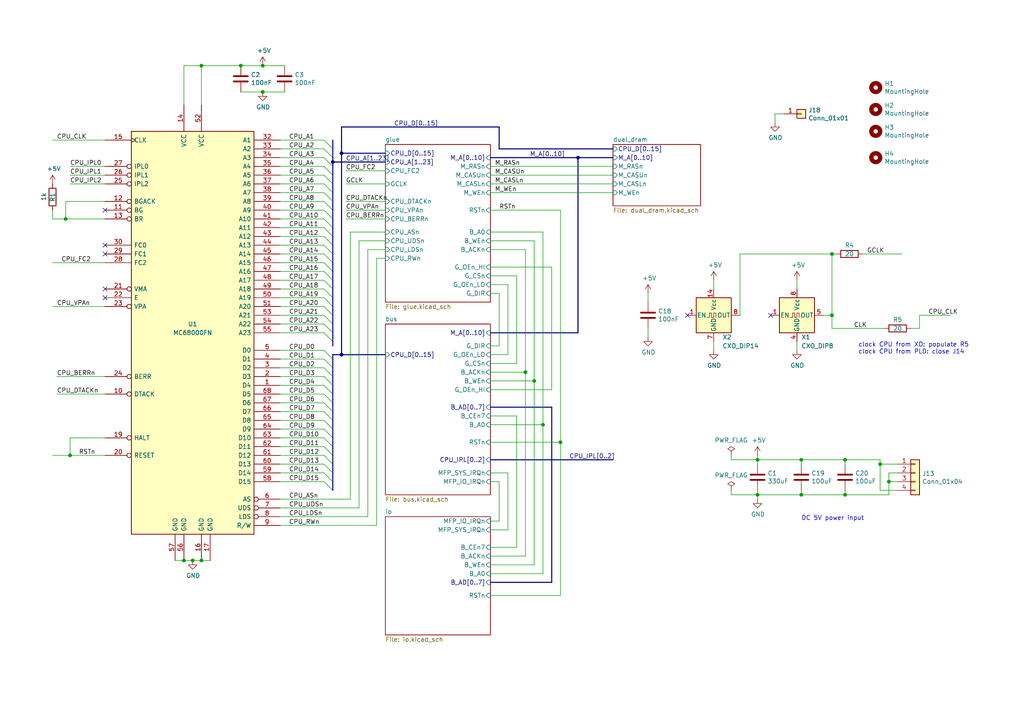
<source format=kicad_sch>
(kicad_sch (version 20211123) (generator eeschema)
  (paper "A4")
  (title_block (rev "2.0b") (company "https://github.com/Lougous/b68k-cpu"))
  (lib_symbols
    (symbol "CPU_NXP_68000:MC68000FN" (pin_names (offset 0.762))
      (property "Reference" "U" (at -16.51 59.69 0))
      (property "Value" "MC68000FN" (at 12.7 -59.69 0))
      (symbol "MC68000FN_0_1"
        (rectangle (start -17.78 58.42) (end 17.78 -58.42) (stroke (width 0.254)) (fill (type background)))
      )
      (symbol "MC68000FN_1_1"
        (pin bidirectional line (at 25.4 -15.24 180) (length 7.62) (name "D4") (number "1"))
        (pin input inverted (at -25.4 -17.78 0) (length 7.62) (name "DTACK") (number "10"))
        (pin output inverted (at -25.4 35.56 0) (length 7.62) (name "BG") (number "11"))
        (pin input inverted (at -25.4 38.1 0) (length 7.62) (name "BGACK") (number "12"))
        (pin input inverted (at -25.4 33.02 0) (length 7.62) (name "BR") (number "13"))
        (pin power_in line (at -2.54 66.04 270) (length 7.62) (name "VCC") (number "14"))
        (pin input clock (at -25.4 55.88 0) (length 7.62) (name "CLK") (number "15"))
        (pin power_in line (at 2.54 -66.04 90) (length 7.62) (name "GND") (number "16"))
        (pin power_in line (at 5.08 -66.04 90) (length 7.62) (name "GND") (number "17"))
        (pin no_connect line (at -17.78 -45.72 0) (length 0) hide (name "NC") (number "18"))
        (pin bidirectional inverted (at -25.4 -30.48 0) (length 7.62) (name "HALT") (number "19"))
        (pin bidirectional line (at 25.4 -12.7 180) (length 7.62) (name "D3") (number "2"))
        (pin input inverted (at -25.4 -35.56 0) (length 7.62) (name "RESET") (number "20"))
        (pin output inverted (at -25.4 12.7 0) (length 7.62) (name "VMA") (number "21"))
        (pin output line (at -25.4 10.16 0) (length 7.62) (name "E") (number "22"))
        (pin input inverted (at -25.4 7.62 0) (length 7.62) (name "VPA") (number "23"))
        (pin input inverted (at -25.4 -12.7 0) (length 7.62) (name "BERR") (number "24"))
        (pin input inverted (at -25.4 43.18 0) (length 7.62) (name "IPL2") (number "25"))
        (pin input inverted (at -25.4 45.72 0) (length 7.62) (name "IPL1") (number "26"))
        (pin input inverted (at -25.4 48.26 0) (length 7.62) (name "IPL0") (number "27"))
        (pin output line (at -25.4 20.32 0) (length 7.62) (name "FC2") (number "28"))
        (pin output line (at -25.4 22.86 0) (length 7.62) (name "FC1") (number "29"))
        (pin bidirectional line (at 25.4 -10.16 180) (length 7.62) (name "D2") (number "3"))
        (pin output line (at -25.4 25.4 0) (length 7.62) (name "FC0") (number "30"))
        (pin no_connect line (at -17.78 -48.26 0) (length 0) hide (name "NC") (number "31"))
        (pin output line (at 25.4 55.88 180) (length 7.62) (name "A1") (number "32"))
        (pin output line (at 25.4 53.34 180) (length 7.62) (name "A2") (number "33"))
        (pin output line (at 25.4 50.8 180) (length 7.62) (name "A3") (number "34"))
        (pin output line (at 25.4 48.26 180) (length 7.62) (name "A4") (number "35"))
        (pin output line (at 25.4 45.72 180) (length 7.62) (name "A5") (number "36"))
        (pin output line (at 25.4 43.18 180) (length 7.62) (name "A6") (number "37"))
        (pin output line (at 25.4 40.64 180) (length 7.62) (name "A7") (number "38"))
        (pin output line (at 25.4 38.1 180) (length 7.62) (name "A8") (number "39"))
        (pin bidirectional line (at 25.4 -7.62 180) (length 7.62) (name "D1") (number "4"))
        (pin output line (at 25.4 35.56 180) (length 7.62) (name "A9") (number "40"))
        (pin output line (at 25.4 33.02 180) (length 7.62) (name "A10") (number "41"))
        (pin output line (at 25.4 30.48 180) (length 7.62) (name "A11") (number "42"))
        (pin output line (at 25.4 27.94 180) (length 7.62) (name "A12") (number "43"))
        (pin output line (at 25.4 25.4 180) (length 7.62) (name "A13") (number "44"))
        (pin output line (at 25.4 22.86 180) (length 7.62) (name "A14") (number "45"))
        (pin output line (at 25.4 20.32 180) (length 7.62) (name "A15") (number "46"))
        (pin output line (at 25.4 17.78 180) (length 7.62) (name "A16") (number "47"))
        (pin output line (at 25.4 15.24 180) (length 7.62) (name "A17") (number "48"))
        (pin output line (at 25.4 12.7 180) (length 7.62) (name "A18") (number "49"))
        (pin bidirectional line (at 25.4 -5.08 180) (length 7.62) (name "D0") (number "5"))
        (pin output line (at 25.4 10.16 180) (length 7.62) (name "A19") (number "50"))
        (pin output line (at 25.4 7.62 180) (length 7.62) (name "A20") (number "51"))
        (pin power_in line (at 2.54 66.04 270) (length 7.62) (name "VCC") (number "52"))
        (pin output line (at 25.4 5.08 180) (length 7.62) (name "A21") (number "53"))
        (pin output line (at 25.4 2.54 180) (length 7.62) (name "A22") (number "54"))
        (pin output line (at 25.4 0 180) (length 7.62) (name "A23") (number "55"))
        (pin power_in line (at -2.54 -66.04 90) (length 7.62) (name "GND") (number "56"))
        (pin power_in line (at -5.08 -66.04 90) (length 7.62) (name "GND") (number "57"))
        (pin bidirectional line (at 25.4 -43.18 180) (length 7.62) (name "D15") (number "58"))
        (pin bidirectional line (at 25.4 -40.64 180) (length 7.62) (name "D14") (number "59"))
        (pin output inverted (at 25.4 -48.26 180) (length 7.62) (name "AS") (number "6"))
        (pin bidirectional line (at 25.4 -38.1 180) (length 7.62) (name "D13") (number "60"))
        (pin bidirectional line (at 25.4 -35.56 180) (length 7.62) (name "D12") (number "61"))
        (pin bidirectional line (at 25.4 -33.02 180) (length 7.62) (name "D11") (number "62"))
        (pin bidirectional line (at 25.4 -30.48 180) (length 7.62) (name "D10") (number "63"))
        (pin bidirectional line (at 25.4 -27.94 180) (length 7.62) (name "D9") (number "64"))
        (pin bidirectional line (at 25.4 -25.4 180) (length 7.62) (name "D8") (number "65"))
        (pin bidirectional line (at 25.4 -22.86 180) (length 7.62) (name "D7") (number "66"))
        (pin bidirectional line (at 25.4 -20.32 180) (length 7.62) (name "D6") (number "67"))
        (pin bidirectional line (at 25.4 -17.78 180) (length 7.62) (name "D5") (number "68"))
        (pin output inverted (at 25.4 -50.8 180) (length 7.62) (name "UDS") (number "7"))
        (pin output inverted (at 25.4 -53.34 180) (length 7.62) (name "LDS") (number "8"))
        (pin output line (at 25.4 -55.88 180) (length 7.62) (name "R/W") (number "9"))
      )
    )
    (symbol "Connector_Generic:Conn_01x01" (pin_names (offset 1.016) hide)
      (property "Reference" "J" (at 0 2.54 0))
      (property "Value" "Conn_01x01" (at 0 -2.54 0))
      (symbol "Conn_01x01_1_1"
        (rectangle (start -1.27 0.127) (end 0 -0.127) (stroke (width 0.1524)))
        (rectangle (start -1.27 1.27) (end 1.27 -1.27) (stroke (width 0.254)) (fill (type background)))
        (pin passive line (at -5.08 0 0) (length 3.81) (name "Pin_1") (number "1"))
      )
    )
    (symbol "Connector_Generic:Conn_01x04" (pin_names (offset 1.016) hide)
      (property "Reference" "J" (at 0 5.08 0))
      (property "Value" "Conn_01x04" (at 0 -7.62 0))
      (symbol "Conn_01x04_1_1"
        (rectangle (start -1.27 -4.953) (end 0 -5.207) (stroke (width 0.1524)))
        (rectangle (start -1.27 -2.413) (end 0 -2.667) (stroke (width 0.1524)))
        (rectangle (start -1.27 0.127) (end 0 -0.127) (stroke (width 0.1524)))
        (rectangle (start -1.27 2.667) (end 0 2.413) (stroke (width 0.1524)))
        (rectangle (start -1.27 3.81) (end 1.27 -6.35) (stroke (width 0.254)) (fill (type background)))
        (pin passive line (at -5.08 2.54 0) (length 3.81) (name "Pin_1") (number "1"))
        (pin passive line (at -5.08 0 0) (length 3.81) (name "Pin_2") (number "2"))
        (pin passive line (at -5.08 -2.54 0) (length 3.81) (name "Pin_3") (number "3"))
        (pin passive line (at -5.08 -5.08 0) (length 3.81) (name "Pin_4") (number "4"))
      )
    )
    (symbol "Device:C" (pin_numbers hide) (pin_names (offset 0.254))
      (property "Reference" "C" (at 0.635 2.54 0))
      (property "Value" "C" (at 0.635 -2.54 0))
      (symbol "C_0_1"
        (polyline (pts (xy -2.032 -0.762) (xy 2.032 -0.762)) (stroke (width 0.508)))
        (polyline (pts (xy -2.032 0.762) (xy 2.032 0.762)) (stroke (width 0.508)))
      )
      (symbol "C_1_1"
        (pin passive line (at 0 3.81 270) (length 2.794) (name "~") (number "1"))
        (pin passive line (at 0 -3.81 90) (length 2.794) (name "~") (number "2"))
      )
    )
    (symbol "Device:R" (pin_numbers hide) (pin_names (offset 0))
      (property "Reference" "R" (at 2.032 0 90))
      (property "Value" "R" (at 0 0 90))
      (symbol "R_0_1"
        (rectangle (start -1.016 -2.54) (end 1.016 2.54) (stroke (width 0.254)))
      )
      (symbol "R_1_1"
        (pin passive line (at 0 3.81 270) (length 1.27) (name "~") (number "1"))
        (pin passive line (at 0 -3.81 90) (length 1.27) (name "~") (number "2"))
      )
    )
    (symbol "Mechanical:MountingHole" (pin_names (offset 1.016))
      (property "Reference" "H" (at 0 5.08 0))
      (property "Value" "MountingHole" (at 0 3.175 0))
      (symbol "MountingHole_0_1"
        (circle (center 0 0) (radius 1.27) (stroke (width 1.27)))
      )
    )
    (symbol "Oscillator:CXO_DIP14" (pin_names (offset 0.254))
      (property "Reference" "X" (at -5.08 6.35 0))
      (property "Value" "CXO_DIP14" (at 1.27 -6.35 0))
      (symbol "CXO_DIP14_0_1"
        (rectangle (start -5.08 5.08) (end 5.08 -5.08) (stroke (width 0.254)) (fill (type background)))
        (polyline (pts (xy -1.905 -0.635) (xy -1.27 -0.635) (xy -1.27 0.635) (xy -0.635 0.635) (xy -0.635 -0.635) (xy 0 -0.635) (xy 0 0.635) (xy 0.635 0.635) (xy 0.635 -0.635)))
      )
      (symbol "CXO_DIP14_1_1"
        (pin input line (at -7.62 0 0) (length 2.54) (name "EN") (number "1"))
        (pin power_in line (at 0 7.62 270) (length 2.54) (name "Vcc") (number "14"))
        (pin power_in line (at 0 -7.62 90) (length 2.54) (name "GND") (number "7"))
        (pin output line (at 7.62 0 180) (length 2.54) (name "OUT") (number "8"))
      )
    )
    (symbol "Oscillator:CXO_DIP8" (pin_names (offset 0.254))
      (property "Reference" "X" (at -5.08 6.35 0))
      (property "Value" "CXO_DIP8" (at 1.27 -6.35 0))
      (symbol "CXO_DIP8_0_1"
        (rectangle (start -5.08 5.08) (end 5.08 -5.08) (stroke (width 0.254)) (fill (type background)))
        (polyline (pts (xy -1.905 -0.635) (xy -1.27 -0.635) (xy -1.27 0.635) (xy -0.635 0.635) (xy -0.635 -0.635) (xy 0 -0.635) (xy 0 0.635) (xy 0.635 0.635) (xy 0.635 -0.635)))
      )
      (symbol "CXO_DIP8_1_1"
        (pin input line (at -7.62 0 0) (length 2.54) (name "EN") (number "1"))
        (pin power_in line (at 0 -7.62 90) (length 2.54) (name "GND") (number "4"))
        (pin output line (at 7.62 0 180) (length 2.54) (name "OUT") (number "5"))
        (pin power_in line (at 0 7.62 270) (length 2.54) (name "Vcc") (number "8"))
      )
    )
    (symbol "power:+5V" (power) (pin_names (offset 0))
      (property "Value" "+5V" (at 0 3.556 0))
      (symbol "+5V_0_1"
        (polyline (pts (xy -0.762 1.27) (xy 0 2.54)))
        (polyline (pts (xy 0 0) (xy 0 2.54)))
        (polyline (pts (xy 0 2.54) (xy 0.762 1.27)))
      )
      (symbol "+5V_1_1"
        (pin power_in line (at 0 0 90) (length 0) hide (name "+5V") (number "1"))
      )
    )
    (symbol "power:GND" (power) (pin_names (offset 0))
      (property "Value" "GND" (at 0 -3.81 0))
      (symbol "GND_0_1"
        (polyline (pts (xy 0 0) (xy 0 -1.27) (xy 1.27 -1.27) (xy 0 -2.54) (xy -1.27 -1.27) (xy 0 -1.27)))
      )
      (symbol "GND_1_1"
        (pin power_in line (at 0 0 270) (length 0) hide (name "GND") (number "1"))
      )
    )
    (symbol "power:PWR_FLAG" (power) (pin_numbers hide) (pin_names (offset 0) hide)
      (property "Value" "PWR_FLAG" (at 0 3.81 0))
      (symbol "PWR_FLAG_0_0"
        (pin power_out line (at 0 0 90) (length 0) (name "pwr") (number "1"))
      )
      (symbol "PWR_FLAG_0_1"
        (polyline (pts (xy 0 0) (xy 0 1.27) (xy -1.016 1.905) (xy 0 2.54) (xy 1.016 1.905) (xy 0 1.27)))
      )
    )
  )
  (junction (at 99.06 44.45))
  (junction (at 245.11 133.35))
  (junction (at 162.56 128.27))
  (junction (at 232.41 133.35))
  (junction (at 55.88 162.56))
  (junction (at 152.4 107.95))
  (junction (at 58.42 162.56))
  (junction (at 99.06 102.87))
  (junction (at 76.2 19.05))
  (junction (at 76.2 26.67))
  (junction (at 257.81 139.7))
  (junction (at 96.52 46.99))
  (junction (at 241.3 73.66))
  (junction (at 255.27 134.62))
  (junction (at 58.42 19.05))
  (junction (at 219.71 143.51))
  (junction (at 241.3 91.44))
  (junction (at 69.85 19.05))
  (junction (at 20.32 132.08))
  (junction (at 157.48 123.19))
  (junction (at 245.11 143.51))
  (junction (at 167.64 45.72))
  (junction (at 19.05 63.5))
  (junction (at 53.34 162.56))
  (junction (at 154.94 110.49))
  (junction (at 232.41 143.51))
  (junction (at 219.71 133.35))
  (no_connect (at 30.48 83.82))
  (no_connect (at 30.48 60.96))
  (no_connect (at 30.48 86.36))
  (no_connect (at 199.39 91.44))
  (no_connect (at 30.48 73.66))
  (no_connect (at 223.52 91.44))
  (no_connect (at 30.48 71.12))
  (bus_entry (at 93.98 81.28) (size 2.54 2.54))
  (bus_entry (at 93.98 83.82) (size 2.54 2.54))
  (bus_entry (at 93.98 48.26) (size 2.54 2.54))
  (bus_entry (at 93.98 76.2) (size 2.54 2.54))
  (bus_entry (at 93.98 127) (size 2.54 2.54))
  (bus_entry (at 93.98 68.58) (size 2.54 2.54))
  (bus_entry (at 93.98 109.22) (size 2.54 2.54))
  (bus_entry (at 93.98 106.68) (size 2.54 2.54))
  (bus_entry (at 93.98 88.9) (size 2.54 2.54))
  (bus_entry (at 93.98 71.12) (size 2.54 2.54))
  (bus_entry (at 93.98 139.7) (size 2.54 2.54))
  (bus_entry (at 93.98 43.18) (size 2.54 2.54))
  (bus_entry (at 93.98 129.54) (size 2.54 2.54))
  (bus_entry (at 93.98 53.34) (size 2.54 2.54))
  (bus_entry (at 93.98 137.16) (size 2.54 2.54))
  (bus_entry (at 93.98 96.52) (size 2.54 2.54))
  (bus_entry (at 93.98 121.92) (size 2.54 2.54))
  (bus_entry (at 93.98 55.88) (size 2.54 2.54))
  (bus_entry (at 93.98 132.08) (size 2.54 2.54))
  (bus_entry (at 93.98 40.64) (size 2.54 2.54))
  (bus_entry (at 93.98 66.04) (size 2.54 2.54))
  (bus_entry (at 93.98 78.74) (size 2.54 2.54))
  (bus_entry (at 93.98 63.5) (size 2.54 2.54))
  (bus_entry (at 93.98 134.62) (size 2.54 2.54))
  (bus_entry (at 93.98 73.66) (size 2.54 2.54))
  (bus_entry (at 93.98 114.3) (size 2.54 2.54))
  (bus_entry (at 93.98 58.42) (size 2.54 2.54))
  (bus_entry (at 93.98 50.8) (size 2.54 2.54))
  (bus_entry (at 93.98 101.6) (size 2.54 2.54))
  (bus_entry (at 93.98 86.36) (size 2.54 2.54))
  (bus_entry (at 93.98 116.84) (size 2.54 2.54))
  (bus_entry (at 93.98 91.44) (size 2.54 2.54))
  (bus_entry (at 93.98 93.98) (size 2.54 2.54))
  (bus_entry (at 93.98 124.46) (size 2.54 2.54))
  (bus_entry (at 93.98 45.72) (size 2.54 2.54))
  (bus_entry (at 93.98 104.14) (size 2.54 2.54))
  (bus_entry (at 93.98 111.76) (size 2.54 2.54))
  (bus_entry (at 93.98 119.38) (size 2.54 2.54))
  (bus_entry (at 93.98 60.96) (size 2.54 2.54))
  (wire (pts (xy 82.55 26.67) (xy 76.2 26.67)))
  (wire (pts (xy 154.94 69.85) (xy 154.94 110.49)))
  (wire (pts (xy 142.24 48.26) (xy 177.8 48.26)))
  (wire (pts (xy 147.32 137.16) (xy 147.32 153.67)))
  (wire (pts (xy 20.32 50.8) (xy 30.48 50.8)))
  (wire (pts (xy 16.51 109.22) (xy 30.48 109.22)))
  (bus (pts (xy 96.52 81.28) (xy 96.52 83.82)))
  (wire (pts (xy 82.55 19.05) (xy 76.2 19.05)))
  (wire (pts (xy 50.8 162.56) (xy 53.34 162.56)))
  (wire (pts (xy 241.3 73.66) (xy 242.57 73.66)))
  (wire (pts (xy 255.27 133.35) (xy 255.27 134.62)))
  (wire (pts (xy 147.32 82.55) (xy 142.24 82.55)))
  (wire (pts (xy 245.11 143.51) (xy 245.11 142.24)))
  (wire (pts (xy 81.28 149.86) (xy 106.68 149.86)))
  (wire (pts (xy 93.98 132.08) (xy 81.28 132.08)))
  (wire (pts (xy 93.98 68.58) (xy 81.28 68.58)))
  (wire (pts (xy 266.7 91.44) (xy 266.7 95.25)))
  (wire (pts (xy 147.32 82.55) (xy 147.32 102.87)))
  (wire (pts (xy 154.94 163.83) (xy 154.94 110.49)))
  (wire (pts (xy 152.4 161.29) (xy 152.4 107.95)))
  (wire (pts (xy 15.24 88.9) (xy 30.48 88.9)))
  (bus (pts (xy 96.52 46.99) (xy 96.52 48.26)))
  (wire (pts (xy 214.63 73.66) (xy 214.63 91.44)))
  (wire (pts (xy 142.24 172.72) (xy 162.56 172.72)))
  (wire (pts (xy 20.32 132.08) (xy 30.48 132.08)))
  (wire (pts (xy 20.32 48.26) (xy 30.48 48.26)))
  (bus (pts (xy 96.52 88.9) (xy 96.52 91.44)))
  (bus (pts (xy 96.52 129.54) (xy 96.52 132.08)))
  (wire (pts (xy 100.33 60.96) (xy 111.76 60.96)))
  (wire (pts (xy 232.41 143.51) (xy 245.11 143.51)))
  (bus (pts (xy 144.78 36.83) (xy 99.06 36.83)))
  (wire (pts (xy 162.56 60.96) (xy 142.24 60.96)))
  (wire (pts (xy 255.27 134.62) (xy 260.35 134.62)))
  (bus (pts (xy 96.52 109.22) (xy 96.52 111.76)))
  (bus (pts (xy 99.06 102.87) (xy 111.76 102.87)))
  (wire (pts (xy 162.56 128.27) (xy 162.56 172.72)))
  (wire (pts (xy 104.14 69.85) (xy 111.76 69.85)))
  (bus (pts (xy 96.52 50.8) (xy 96.52 53.34)))
  (wire (pts (xy 142.24 55.88) (xy 177.8 55.88)))
  (wire (pts (xy 58.42 162.56) (xy 60.96 162.56)))
  (wire (pts (xy 142.24 128.27) (xy 162.56 128.27)))
  (wire (pts (xy 19.05 58.42) (xy 19.05 63.5)))
  (wire (pts (xy 207.01 101.6) (xy 207.01 99.06)))
  (wire (pts (xy 142.24 166.37) (xy 157.48 166.37)))
  (wire (pts (xy 93.98 104.14) (xy 81.28 104.14)))
  (bus (pts (xy 96.52 66.04) (xy 96.52 68.58)))
  (wire (pts (xy 255.27 134.62) (xy 255.27 142.24)))
  (wire (pts (xy 76.2 26.67) (xy 69.85 26.67)))
  (bus (pts (xy 96.52 71.12) (xy 96.52 73.66)))
  (bus (pts (xy 96.52 48.26) (xy 96.52 50.8)))
  (bus (pts (xy 96.52 111.76) (xy 96.52 114.3)))
  (wire (pts (xy 264.16 95.25) (xy 266.7 95.25)))
  (bus (pts (xy 142.24 133.35) (xy 177.8 133.35)))
  (bus (pts (xy 96.52 124.46) (xy 96.52 127)))
  (bus (pts (xy 142.24 96.52) (xy 167.64 96.52)))
  (wire (pts (xy 142.24 113.03) (xy 160.02 113.03)))
  (wire (pts (xy 231.14 101.6) (xy 231.14 99.06)))
  (wire (pts (xy 152.4 107.95) (xy 142.24 107.95)))
  (wire (pts (xy 241.3 95.25) (xy 256.54 95.25)))
  (wire (pts (xy 93.98 83.82) (xy 81.28 83.82)))
  (bus (pts (xy 167.64 96.52) (xy 167.64 45.72)))
  (wire (pts (xy 93.98 127) (xy 81.28 127)))
  (bus (pts (xy 96.52 137.16) (xy 96.52 139.7)))
  (wire (pts (xy 20.32 132.08) (xy 20.32 127)))
  (bus (pts (xy 99.06 102.87) (xy 96.52 102.87)))
  (wire (pts (xy 19.05 63.5) (xy 30.48 63.5)))
  (wire (pts (xy 149.86 120.65) (xy 149.86 158.75)))
  (wire (pts (xy 93.98 58.42) (xy 81.28 58.42)))
  (wire (pts (xy 93.98 63.5) (xy 81.28 63.5)))
  (wire (pts (xy 219.71 133.35) (xy 232.41 133.35)))
  (wire (pts (xy 93.98 43.18) (xy 81.28 43.18)))
  (wire (pts (xy 93.98 106.68) (xy 81.28 106.68)))
  (wire (pts (xy 93.98 55.88) (xy 81.28 55.88)))
  (bus (pts (xy 96.52 139.7) (xy 96.52 142.24)))
  (wire (pts (xy 93.98 101.6) (xy 81.28 101.6)))
  (wire (pts (xy 142.24 50.8) (xy 177.8 50.8)))
  (wire (pts (xy 30.48 58.42) (xy 19.05 58.42)))
  (wire (pts (xy 147.32 153.67) (xy 142.24 153.67)))
  (wire (pts (xy 142.24 163.83) (xy 154.94 163.83)))
  (wire (pts (xy 219.71 143.51) (xy 219.71 144.78)))
  (wire (pts (xy 149.86 105.41) (xy 142.24 105.41)))
  (wire (pts (xy 260.35 137.16) (xy 257.81 137.16)))
  (bus (pts (xy 96.52 96.52) (xy 96.52 99.06)))
  (bus (pts (xy 96.52 114.3) (xy 96.52 116.84)))
  (bus (pts (xy 142.24 168.91) (xy 160.02 168.91)))
  (wire (pts (xy 93.98 45.72) (xy 81.28 45.72)))
  (bus (pts (xy 96.52 58.42) (xy 96.52 60.96)))
  (wire (pts (xy 152.4 72.39) (xy 152.4 107.95)))
  (wire (pts (xy 101.6 67.31) (xy 111.76 67.31)))
  (wire (pts (xy 241.3 95.25) (xy 241.3 91.44)))
  (bus (pts (xy 96.52 83.82) (xy 96.52 86.36)))
  (wire (pts (xy 157.48 166.37) (xy 157.48 123.19)))
  (wire (pts (xy 81.28 147.32) (xy 104.14 147.32)))
  (wire (pts (xy 144.78 139.7) (xy 142.24 139.7)))
  (bus (pts (xy 96.52 134.62) (xy 96.52 137.16)))
  (wire (pts (xy 144.78 151.13) (xy 144.78 139.7)))
  (wire (pts (xy 142.24 80.01) (xy 149.86 80.01)))
  (wire (pts (xy 76.2 19.05) (xy 69.85 19.05)))
  (wire (pts (xy 162.56 60.96) (xy 162.56 128.27)))
  (wire (pts (xy 15.24 63.5) (xy 19.05 63.5)))
  (wire (pts (xy 207.01 81.28) (xy 207.01 83.82)))
  (wire (pts (xy 58.42 19.05) (xy 58.42 30.48)))
  (bus (pts (xy 96.52 121.92) (xy 96.52 124.46)))
  (wire (pts (xy 93.98 119.38) (xy 81.28 119.38)))
  (wire (pts (xy 187.96 97.79) (xy 187.96 95.25)))
  (wire (pts (xy 154.94 69.85) (xy 142.24 69.85)))
  (bus (pts (xy 96.52 102.87) (xy 96.52 104.14)))
  (bus (pts (xy 96.52 63.5) (xy 96.52 66.04)))
  (wire (pts (xy 142.24 161.29) (xy 152.4 161.29)))
  (wire (pts (xy 81.28 152.4) (xy 109.22 152.4)))
  (wire (pts (xy 20.32 127) (xy 30.48 127)))
  (wire (pts (xy 152.4 72.39) (xy 142.24 72.39)))
  (bus (pts (xy 96.52 91.44) (xy 96.52 93.98)))
  (wire (pts (xy 109.22 74.93) (xy 109.22 152.4)))
  (wire (pts (xy 93.98 109.22) (xy 81.28 109.22)))
  (wire (pts (xy 100.33 49.53) (xy 111.76 49.53)))
  (wire (pts (xy 245.11 133.35) (xy 255.27 133.35)))
  (wire (pts (xy 219.71 143.51) (xy 232.41 143.51)))
  (bus (pts (xy 99.06 44.45) (xy 111.76 44.45)))
  (wire (pts (xy 109.22 74.93) (xy 111.76 74.93)))
  (wire (pts (xy 142.24 158.75) (xy 149.86 158.75)))
  (wire (pts (xy 255.27 142.24) (xy 260.35 142.24)))
  (wire (pts (xy 219.71 132.08) (xy 219.71 133.35)))
  (wire (pts (xy 93.98 111.76) (xy 81.28 111.76)))
  (bus (pts (xy 96.52 106.68) (xy 96.52 109.22)))
  (wire (pts (xy 15.24 76.2) (xy 30.48 76.2)))
  (wire (pts (xy 93.98 93.98) (xy 81.28 93.98)))
  (wire (pts (xy 241.3 73.66) (xy 214.63 73.66)))
  (wire (pts (xy 53.34 19.05) (xy 53.34 30.48)))
  (wire (pts (xy 93.98 86.36) (xy 81.28 86.36)))
  (wire (pts (xy 93.98 53.34) (xy 81.28 53.34)))
  (wire (pts (xy 93.98 114.3) (xy 81.28 114.3)))
  (bus (pts (xy 96.52 104.14) (xy 96.52 106.68)))
  (bus (pts (xy 99.06 36.83) (xy 99.06 44.45)))
  (bus (pts (xy 96.52 132.08) (xy 96.52 134.62)))
  (wire (pts (xy 93.98 78.74) (xy 81.28 78.74)))
  (wire (pts (xy 93.98 71.12) (xy 81.28 71.12)))
  (wire (pts (xy 219.71 133.35) (xy 219.71 134.62)))
  (wire (pts (xy 81.28 144.78) (xy 101.6 144.78)))
  (bus (pts (xy 96.52 68.58) (xy 96.52 71.12)))
  (wire (pts (xy 93.98 81.28) (xy 81.28 81.28)))
  (wire (pts (xy 142.24 110.49) (xy 154.94 110.49)))
  (bus (pts (xy 96.52 55.88) (xy 96.52 58.42)))
  (bus (pts (xy 96.52 73.66) (xy 96.52 76.2)))
  (wire (pts (xy 100.33 63.5) (xy 111.76 63.5)))
  (bus (pts (xy 96.52 60.96) (xy 96.52 63.5)))
  (wire (pts (xy 241.3 73.66) (xy 241.3 91.44)))
  (wire (pts (xy 144.78 85.09) (xy 144.78 100.33)))
  (wire (pts (xy 93.98 129.54) (xy 81.28 129.54)))
  (wire (pts (xy 16.51 114.3) (xy 30.48 114.3)))
  (wire (pts (xy 232.41 143.51) (xy 232.41 142.24)))
  (wire (pts (xy 93.98 50.8) (xy 81.28 50.8)))
  (wire (pts (xy 232.41 133.35) (xy 232.41 134.62)))
  (bus (pts (xy 96.52 116.84) (xy 96.52 119.38)))
  (bus (pts (xy 96.52 119.38) (xy 96.52 121.92)))
  (bus (pts (xy 96.52 86.36) (xy 96.52 88.9)))
  (wire (pts (xy 93.98 73.66) (xy 81.28 73.66)))
  (wire (pts (xy 260.35 139.7) (xy 257.81 139.7)))
  (wire (pts (xy 93.98 60.96) (xy 81.28 60.96)))
  (wire (pts (xy 149.86 80.01) (xy 149.86 105.41)))
  (wire (pts (xy 93.98 121.92) (xy 81.28 121.92)))
  (wire (pts (xy 93.98 40.64) (xy 81.28 40.64)))
  (bus (pts (xy 160.02 118.11) (xy 160.02 168.91)))
  (wire (pts (xy 160.02 77.47) (xy 160.02 113.03)))
  (bus (pts (xy 167.64 45.72) (xy 177.8 45.72)))
  (bus (pts (xy 111.76 46.99) (xy 96.52 46.99)))
  (wire (pts (xy 144.78 85.09) (xy 142.24 85.09)))
  (wire (pts (xy 157.48 67.31) (xy 157.48 123.19)))
  (wire (pts (xy 187.96 85.09) (xy 187.96 87.63)))
  (wire (pts (xy 231.14 83.82) (xy 231.14 81.28)))
  (wire (pts (xy 15.24 60.96) (xy 15.24 63.5)))
  (wire (pts (xy 53.34 162.56) (xy 55.88 162.56)))
  (wire (pts (xy 245.11 143.51) (xy 257.81 143.51)))
  (wire (pts (xy 93.98 134.62) (xy 81.28 134.62)))
  (wire (pts (xy 104.14 69.85) (xy 104.14 147.32)))
  (wire (pts (xy 257.81 137.16) (xy 257.81 139.7)))
  (wire (pts (xy 93.98 76.2) (xy 81.28 76.2)))
  (wire (pts (xy 93.98 66.04) (xy 81.28 66.04)))
  (wire (pts (xy 93.98 124.46) (xy 81.28 124.46)))
  (wire (pts (xy 101.6 144.78) (xy 101.6 67.31)))
  (bus (pts (xy 96.52 53.34) (xy 96.52 55.88)))
  (wire (pts (xy 147.32 102.87) (xy 142.24 102.87)))
  (wire (pts (xy 142.24 53.34) (xy 177.8 53.34)))
  (wire (pts (xy 250.19 73.66) (xy 261.62 73.66)))
  (wire (pts (xy 100.33 53.34) (xy 111.76 53.34)))
  (bus (pts (xy 99.06 44.45) (xy 99.06 102.87)))
  (wire (pts (xy 58.42 19.05) (xy 53.34 19.05)))
  (wire (pts (xy 212.09 132.08) (xy 212.09 133.35)))
  (wire (pts (xy 106.68 72.39) (xy 111.76 72.39)))
  (wire (pts (xy 257.81 139.7) (xy 257.81 143.51)))
  (wire (pts (xy 144.78 100.33) (xy 142.24 100.33)))
  (wire (pts (xy 15.24 132.08) (xy 20.32 132.08)))
  (bus (pts (xy 96.52 76.2) (xy 96.52 78.74)))
  (wire (pts (xy 93.98 116.84) (xy 81.28 116.84)))
  (wire (pts (xy 142.24 67.31) (xy 157.48 67.31)))
  (wire (pts (xy 100.33 58.42) (xy 111.76 58.42)))
  (bus (pts (xy 96.52 99.06) (xy 96.52 100.33)))
  (wire (pts (xy 55.88 162.56) (xy 58.42 162.56)))
  (bus (pts (xy 96.52 93.98) (xy 96.52 96.52)))
  (bus (pts (xy 96.52 43.18) (xy 96.52 45.72)))
  (wire (pts (xy 142.24 77.47) (xy 160.02 77.47)))
  (bus (pts (xy 96.52 45.72) (xy 96.52 46.99)))
  (wire (pts (xy 93.98 48.26) (xy 81.28 48.26)))
  (bus (pts (xy 96.52 78.74) (xy 96.52 81.28)))
  (bus (pts (xy 96.52 40.64) (xy 96.52 43.18)))
  (wire (pts (xy 224.79 35.56) (xy 224.79 33.02)))
  (wire (pts (xy 93.98 137.16) (xy 81.28 137.16)))
  (wire (pts (xy 69.85 19.05) (xy 58.42 19.05)))
  (bus (pts (xy 142.24 45.72) (xy 167.64 45.72)))
  (wire (pts (xy 142.24 137.16) (xy 147.32 137.16)))
  (wire (pts (xy 212.09 143.51) (xy 219.71 143.51)))
  (wire (pts (xy 106.68 149.86) (xy 106.68 72.39)))
  (wire (pts (xy 93.98 88.9) (xy 81.28 88.9)))
  (wire (pts (xy 219.71 142.24) (xy 219.71 143.51)))
  (bus (pts (xy 96.52 127) (xy 96.52 129.54)))
  (wire (pts (xy 20.32 53.34) (xy 30.48 53.34)))
  (wire (pts (xy 245.11 133.35) (xy 245.11 134.62)))
  (wire (pts (xy 149.86 120.65) (xy 142.24 120.65)))
  (wire (pts (xy 15.24 40.64) (xy 30.48 40.64)))
  (wire (pts (xy 224.79 33.02) (xy 227.33 33.02)))
  (wire (pts (xy 93.98 139.7) (xy 81.28 139.7)))
  (bus (pts (xy 142.24 118.11) (xy 160.02 118.11)))
  (wire (pts (xy 142.24 151.13) (xy 144.78 151.13)))
  (wire (pts (xy 142.24 123.19) (xy 157.48 123.19)))
  (wire (pts (xy 212.09 133.35) (xy 219.71 133.35)))
  (bus (pts (xy 144.78 43.18) (xy 144.78 36.83)))
  (wire (pts (xy 93.98 96.52) (xy 81.28 96.52)))
  (wire (pts (xy 232.41 133.35) (xy 245.11 133.35)))
  (bus (pts (xy 177.8 43.18) (xy 144.78 43.18)))
  (wire (pts (xy 241.3 91.44) (xy 238.76 91.44)))
  (wire (pts (xy 266.7 91.44) (xy 275.59 91.44)))
  (wire (pts (xy 212.09 142.24) (xy 212.09 143.51)))
  (wire (pts (xy 93.98 91.44) (xy 81.28 91.44)))
  (text "clock CPU from XO: populate R5\nclock CPU from PLD: close J14" (at 248.92 102.87 0) (effects (font (size 1.27 1.27)) (justify left bottom)))
  (text "DC 5V power input" (at 232.41 151.13 0) (effects (font (size 1.27 1.27)) (justify left bottom)))
  (label "CPU_A22" (at 83.82 93.98 0))
  (label "CPU_A21" (at 83.82 91.44 0))
  (label "CPU_A18" (at 83.82 83.82 0))
  (label "CPU_CLK" (at 269.24 91.44 0))
  (label "M_CASUn" (at 143.51 50.8 0))
  (label "CPU_A14" (at 83.82 73.66 0))
  (label "CPU_D5" (at 83.82 114.3 0))
  (label "CPU_D1" (at 83.82 104.14 0))
  (label "CPU_A23" (at 83.82 96.52 0))
  (label "CPU_DTACKn" (at 100.33 58.42 0))
  (label "CPU_LDSn" (at 83.82 149.86 0))
  (label "CPU_A11" (at 83.82 66.04 0))
  (label "CPU_D7" (at 83.82 119.38 0))
  (label "CPU_FC2" (at 17.78 76.2 0))
  (label "M_WEn" (at 143.51 55.88 0))
  (label "CPU_D10" (at 83.82 127 0))
  (label "CPU_A17" (at 83.82 81.28 0))
  (label "M_A[0..10]" (at 153.67 45.72 0))
  (label "CPU_IPL[0..2]" (at 165.1 133.35 0))
  (label "CPU_RWn" (at 83.82 152.4 0))
  (label "CPU_FC2" (at 100.33 49.53 0))
  (label "CPU_BERRn" (at 100.33 63.5 0))
  (label "GCLK" (at 100.33 53.34 0))
  (label "CPU_D[0..15]" (at 114.3 36.83 0))
  (label "CPU_IPL0" (at 20.32 48.26 0))
  (label "CPU_D4" (at 83.82 111.76 0))
  (label "CPU_D13" (at 83.82 134.62 0))
  (label "CPU_A3" (at 83.82 45.72 0))
  (label "M_RASn" (at 143.51 48.26 0))
  (label "CPU_A5" (at 83.82 50.8 0))
  (label "CPU_DTACKn" (at 16.51 114.3 0))
  (label "CPU_A13" (at 83.82 71.12 0))
  (label "CPU_ASn" (at 83.82 144.78 0))
  (label "CPU_A15" (at 83.82 76.2 0))
  (label "CPU_D2" (at 83.82 106.68 0))
  (label "CPU_D8" (at 83.82 121.92 0))
  (label "CPU_A16" (at 83.82 78.74 0))
  (label "CPU_D15" (at 83.82 139.7 0))
  (label "CPU_VPAn" (at 100.33 60.96 0))
  (label "CPU_IPL2" (at 20.32 53.34 0))
  (label "CPU_D9" (at 83.82 124.46 0))
  (label "CPU_D0" (at 83.82 101.6 0))
  (label "CPU_D3" (at 83.82 109.22 0))
  (label "CPU_A10" (at 83.82 63.5 0))
  (label "CPU_D11" (at 83.82 129.54 0))
  (label "CPU_IPL1" (at 20.32 50.8 0))
  (label "CPU_A8" (at 83.82 58.42 0))
  (label "CPU_A7" (at 83.82 55.88 0))
  (label "CLK" (at 247.65 95.25 0))
  (label "CPU_A20" (at 83.82 88.9 0))
  (label "RSTn" (at 144.78 60.96 0))
  (label "CPU_A1" (at 83.82 40.64 0))
  (label "CPU_UDSn" (at 83.82 147.32 0))
  (label "CPU_CLK" (at 16.51 40.64 0))
  (label "CPU_D14" (at 83.82 137.16 0))
  (label "CPU_A19" (at 83.82 86.36 0))
  (label "CPU_VPAn" (at 16.51 88.9 0))
  (label "CPU_A6" (at 83.82 53.34 0))
  (label "CPU_D12" (at 83.82 132.08 0))
  (label "CPU_A[1..23]" (at 100.33 46.99 0))
  (label "CPU_A4" (at 83.82 48.26 0))
  (label "GCLK" (at 251.46 73.66 0))
  (label "CPU_A9" (at 83.82 60.96 0))
  (label "RSTn" (at 22.86 132.08 0))
  (label "CPU_BERRn" (at 16.51 109.22 0))
  (label "M_CASLn" (at 143.51 53.34 0))
  (label "CPU_D6" (at 83.82 116.84 0))
  (label "CPU_A2" (at 83.82 43.18 0))
  (label "CPU_A12" (at 83.82 68.58 0))
  (symbol (lib_id "CPU_NXP_68000:MC68000FN") (at 55.88 96.52 0) (unit 1)
    (property "Reference" "U1" (at 55.88 93.98 0))
    (property "Value" "MC68000FN" (at 55.88 96.52 0))
    (property "Footprint" "Package_LCC:PLCC-68_THT-Socket" (effects hide))
    (property "Datasheet" "http://www.nxp.com/files/32bit/doc/ref_manual/MC68000UM.pdf" (effects hide))
  )
  (symbol (lib_id "power:+5V") (at 76.2 19.05 0) (unit 1)
    (property "Reference" "#PWR06" (effects hide))
    (property "Value" "+5V" (at 76.581 14.6558 0))
  )
  (symbol (lib_id "Device:C") (at 69.85 22.86 0) (unit 1)
    (property "Reference" "C2" (at 72.771 21.6916 0) (effects (justify left)))
    (property "Value" "100nF" (at 72.771 24.003 0) (effects (justify left)))
    (property "Footprint" "Capacitors_ThroughHole:C_Disc_D4.3mm_W1.9mm_P5.00mm" (effects hide))
  )
  (symbol (lib_id "Device:C") (at 82.55 22.86 0) (unit 1)
    (property "Reference" "C3" (at 85.471 21.6916 0) (effects (justify left)))
    (property "Value" "100nF" (at 85.471 24.003 0) (effects (justify left)))
    (property "Footprint" "Capacitors_ThroughHole:C_Disc_D4.3mm_W1.9mm_P5.00mm" (effects hide))
  )
  (symbol (lib_id "power:GND") (at 76.2 26.67 0) (unit 1)
    (property "Reference" "#PWR07" (effects hide))
    (property "Value" "GND" (at 76.327 31.0642 0))
  )
  (symbol (lib_id "power:GND") (at 55.88 162.56 0) (unit 1)
    (property "Reference" "#PWR05" (effects hide))
    (property "Value" "GND" (at 56.007 166.9542 0))
  )
  (symbol (lib_id "Device:C") (at 232.41 138.43 0) (unit 1)
    (property "Reference" "C19" (at 235.331 137.2616 0) (effects (justify left)))
    (property "Value" "100uF" (at 235.331 139.573 0) (effects (justify left)))
    (property "Footprint" "Capacitors_ThroughHole:CP_Radial_D5.0mm_P2.50mm" (effects hide))
  )
  (symbol (lib_id "Connector_Generic:Conn_01x01") (at 232.41 33.02 0) (unit 1)
    (property "Reference" "J18" (at 234.442 31.9532 0) (effects (justify left)))
    (property "Value" "Conn_01x01" (at 234.442 34.2646 0) (effects (justify left)))
    (property "Footprint" "Pin_Headers:PinHeader_1x01_P2.54mm_Vertical" (effects hide))
  )
  (symbol (lib_id "power:GND") (at 224.79 35.56 0) (unit 1)
    (property "Reference" "#PWR0119" (effects hide))
    (property "Value" "GND" (at 224.917 39.9542 0))
  )
  (symbol (lib_id "Device:C") (at 245.11 138.43 0) (unit 1)
    (property "Reference" "C20" (at 248.031 137.2616 0) (effects (justify left)))
    (property "Value" "100uF" (at 248.031 139.573 0) (effects (justify left)))
    (property "Footprint" "Capacitors_ThroughHole:CP_Radial_D5.0mm_P2.50mm" (effects hide))
  )
  (symbol (lib_id "Device:C") (at 187.96 91.44 0) (unit 1)
    (property "Reference" "C18" (at 190.881 90.2716 0) (effects (justify left)))
    (property "Value" "100nF" (at 190.881 92.583 0) (effects (justify left)))
    (property "Footprint" "Capacitors_ThroughHole:C_Disc_D4.3mm_W1.9mm_P5.00mm" (effects hide))
  )
  (symbol (lib_id "power:+5V") (at 231.14 81.28 0) (unit 1)
    (property "Reference" "#PWR0103" (effects hide))
    (property "Value" "+5V" (at 231.521 76.8858 0))
  )
  (symbol (lib_id "power:GND") (at 231.14 101.6 0) (unit 1)
    (property "Reference" "#PWR0104" (effects hide))
    (property "Value" "GND" (at 231.267 105.9942 0))
  )
  (symbol (lib_id "Connector_Generic:Conn_01x04") (at 265.43 137.16 0) (unit 1)
    (property "Reference" "J13" (at 267.462 137.3632 0) (effects (justify left)))
    (property "Value" "Conn_01x04" (at 267.462 139.6746 0) (effects (justify left)))
    (property "Footprint" "Pin_Headers:PinHeader_1x04_P2.54mm_Vertical" (effects hide))
  )
  (symbol (lib_id "Oscillator:CXO_DIP14") (at 207.01 91.44 0) (unit 1)
    (property "Reference" "X2" (at 209.55 97.79 0) (effects (justify left)))
    (property "Value" "CXO_DIP14" (at 209.55 100.33 0) (effects (justify left)))
    (property "Footprint" "Oscillators:Oscillator_DIP-14" (effects hide))
    (property "Datasheet" "http://cdn-reichelt.de/documents/datenblatt/B400/OSZI.pdf" (effects hide))
  )
  (symbol (lib_id "power:+5V") (at 207.01 81.28 0) (unit 1)
    (property "Reference" "#PWR0105" (effects hide))
    (property "Value" "+5V" (at 207.391 76.8858 0))
  )
  (symbol (lib_id "power:GND") (at 207.01 101.6 0) (unit 1)
    (property "Reference" "#PWR0106" (effects hide))
    (property "Value" "GND" (at 207.137 105.9942 0))
  )
  (symbol (lib_id "Device:C") (at 219.71 138.43 0) (unit 1)
    (property "Reference" "C1" (at 222.631 137.2616 0) (effects (justify left)))
    (property "Value" "330uF" (at 222.631 139.573 0) (effects (justify left)))
    (property "Footprint" "Capacitor_THT:CP_Radial_D8.0mm_P3.50mm" (effects hide))
  )
  (symbol (lib_id "power:GND") (at 219.71 144.78 0) (unit 1)
    (property "Reference" "#PWR04" (effects hide))
    (property "Value" "GND" (at 219.837 149.1742 0))
  )
  (symbol (lib_id "power:+5V") (at 219.71 132.08 0) (unit 1)
    (property "Reference" "#PWR03" (effects hide))
    (property "Value" "+5V" (at 220.091 127.6858 0))
  )
  (symbol (lib_id "Mechanical:MountingHole") (at 254 25.4 0) (unit 1)
    (property "Reference" "H1" (at 256.54 24.2316 0) (effects (justify left)))
    (property "Value" "MountingHole" (at 256.54 26.543 0) (effects (justify left)))
    (property "Footprint" "Mounting_Holes:MountingHole_2.7mm_M2.5_DIN965_Pad" (effects hide))
  )
  (symbol (lib_id "Mechanical:MountingHole") (at 254 31.75 0) (unit 1)
    (property "Reference" "H2" (at 256.54 30.5816 0) (effects (justify left)))
    (property "Value" "MountingHole" (at 256.54 32.893 0) (effects (justify left)))
    (property "Footprint" "Mounting_Holes:MountingHole_2.7mm_M2.5_DIN965_Pad" (effects hide))
  )
  (symbol (lib_id "Mechanical:MountingHole") (at 254 38.1 0) (unit 1)
    (property "Reference" "H3" (at 256.54 36.9316 0) (effects (justify left)))
    (property "Value" "MountingHole" (at 256.54 39.243 0) (effects (justify left)))
    (property "Footprint" "Mounting_Holes:MountingHole_2.7mm_M2.5_DIN965_Pad" (effects hide))
  )
  (symbol (lib_id "Mechanical:MountingHole") (at 254 45.72 0) (unit 1)
    (property "Reference" "H4" (at 256.54 44.5516 0) (effects (justify left)))
    (property "Value" "MountingHole" (at 256.54 46.863 0) (effects (justify left)))
    (property "Footprint" "Mounting_Holes:MountingHole_2.7mm_M2.5_DIN965_Pad" (effects hide))
  )
  (symbol (lib_id "Device:R") (at 15.24 57.15 180) (unit 1)
    (property "Reference" "R1" (at 15.24 55.88 90) (effects (justify left)))
    (property "Value" "1k" (at 12.7 55.88 90) (effects (justify left)))
    (property "Footprint" "Resistor_THT:R_Axial_DIN0204_L3.6mm_D1.6mm_P7.62mm_Horizontal" (effects hide))
  )
  (symbol (lib_id "power:+5V") (at 15.24 53.34 0) (unit 1)
    (property "Reference" "#PWR01" (effects hide))
    (property "Value" "+5V" (at 15.621 48.9458 0))
  )
  (symbol (lib_id "Oscillator:CXO_DIP8") (at 231.14 91.44 0) (unit 1)
    (property "Reference" "X1" (at 232.41 97.79 0) (effects (justify left)))
    (property "Value" "CXO_DIP8" (at 232.41 100.33 0) (effects (justify left)))
    (property "Footprint" "Oscillators:Oscillator_DIP-8" (effects hide))
    (property "Datasheet" "http://cdn-reichelt.de/documents/datenblatt/B400/OSZI.pdf" (effects hide))
  )
  (symbol (lib_id "power:GND") (at 187.96 97.79 0) (unit 1)
    (property "Reference" "#PWR013" (effects hide))
    (property "Value" "GND" (at 188.087 102.1842 0))
  )
  (symbol (lib_id "power:+5V") (at 187.96 85.09 0) (unit 1)
    (property "Reference" "#PWR012" (effects hide))
    (property "Value" "+5V" (at 188.341 80.6958 0))
  )
  (symbol (lib_id "Device:R") (at 246.38 73.66 270) (unit 1)
    (property "Reference" "R4" (at 246.38 71.12 90))
    (property "Value" "20" (at 246.38 73.66 90))
    (property "Footprint" "Resistor_THT:R_Axial_DIN0204_L3.6mm_D1.6mm_P7.62mm_Horizontal" (effects hide))
  )
  (symbol (lib_id "Device:R") (at 260.35 95.25 270) (unit 1)
    (property "Reference" "R5" (at 260.35 92.71 90))
    (property "Value" "20" (at 260.35 95.25 90))
    (property "Footprint" "Resistor_THT:R_Axial_DIN0204_L3.6mm_D1.6mm_P7.62mm_Horizontal" (effects hide))
  )
  (symbol (lib_id "power:PWR_FLAG") (at 212.09 132.08 0) (unit 1)
    (property "Reference" "#FLG0101" (effects hide))
    (property "Value" "PWR_FLAG" (at 212.09 127.6858 0))
  )
  (symbol (lib_id "power:PWR_FLAG") (at 212.09 142.24 0) (unit 1)
    (property "Reference" "#FLG0102" (effects hide))
    (property "Value" "PWR_FLAG" (at 212.09 137.8458 0))
  )
  (sheet (at 111.76 41.91) (size 30.48 45.72)
    (property "Sheet name" "glue" (at 111.76 41.1984 0) (effects (justify left bottom)))
    (property "Sheet file" "glue.kicad_sch" (at 111.76 88.2146 0) (effects (justify left top)))
    (pin "CPU_A[1..23]" input (at 111.76 46.99 180))
    (pin "CPU_ASn" input (at 111.76 67.31 180))
    (pin "CPU_DTACKn" input (at 111.76 58.42 180))
    (pin "CPU_RWn" input (at 111.76 74.93 180))
    (pin "CPU_UDSn" input (at 111.76 69.85 180))
    (pin "CPU_LDSn" input (at 111.76 72.39 180))
    (pin "M_A[0..10]" input (at 142.24 45.72 0))
    (pin "M_RASn" input (at 142.24 48.26 0))
    (pin "M_CASUn" input (at 142.24 50.8 0))
    (pin "M_CASLn" input (at 142.24 53.34 0))
    (pin "M_WEn" input (at 142.24 55.88 0))
    (pin "B_ACKn" input (at 142.24 72.39 0))
    (pin "CPU_BERRn" input (at 111.76 63.5 180))
    (pin "CPU_FC2" input (at 111.76 49.53 180))
    (pin "GCLK" input (at 111.76 53.34 180))
    (pin "CPU_D[0..15]" input (at 111.76 44.45 180))
    (pin "B_WEn" input (at 142.24 69.85 0))
    (pin "RSTn" input (at 142.24 60.96 0))
    (pin "CPU_VPAn" input (at 111.76 60.96 180))
    (pin "G_CSn" input (at 142.24 80.01 0))
    (pin "G_DIR" input (at 142.24 85.09 0))
    (pin "G_OEn_HI" input (at 142.24 77.47 0))
    (pin "B_A0" input (at 142.24 67.31 0))
    (pin "G_OEn_LO" input (at 142.24 82.55 0))
  )
  (sheet (at 111.76 149.86) (size 30.48 34.29)
    (property "Sheet name" "io" (at 111.76 149.1484 0) (effects (justify left bottom)))
    (property "Sheet file" "io.kicad_sch" (at 111.76 184.7346 0) (effects (justify left top)))
    (pin "RSTn" input (at 142.24 172.72 0))
    (pin "B_AD[0..7]" input (at 142.24 168.91 0))
    (pin "B_ACKn" input (at 142.24 161.29 0))
    (pin "B_WEn" input (at 142.24 163.83 0))
    (pin "B_CEn7" input (at 142.24 158.75 0))
    (pin "B_A0" input (at 142.24 166.37 0))
    (pin "MFP_SYS_IRQn" input (at 142.24 153.67 0))
    (pin "MFP_IO_IRQn" input (at 142.24 151.13 0))
  )
  (sheet (at 111.76 93.98) (size 30.48 49.53)
    (property "Sheet name" "bus" (at 111.76 93.2684 0) (effects (justify left bottom)))
    (property "Sheet file" "bus.kicad_sch" (at 111.76 144.0946 0) (effects (justify left top)))
    (pin "CPU_D[0..15]" input (at 111.76 102.87 180))
    (pin "B_ACKn" input (at 142.24 107.95 0))
    (pin "RSTn" input (at 142.24 128.27 0))
    (pin "M_A[0..10]" input (at 142.24 96.52 0))
    (pin "B_WEn" input (at 142.24 110.49 0))
    (pin "B_CEn7" input (at 142.24 120.65 0))
    (pin "G_DIR" input (at 142.24 100.33 0))
    (pin "G_OEn_HI" input (at 142.24 113.03 0))
    (pin "G_CSn" input (at 142.24 105.41 0))
    (pin "B_AD[0..7]" input (at 142.24 118.11 0))
    (pin "B_A0" input (at 142.24 123.19 0))
    (pin "G_OEn_LO" input (at 142.24 102.87 0))
    (pin "CPU_IPL[0..2]" input (at 142.24 133.35 0))
    (pin "MFP_SYS_IRQn" input (at 142.24 137.16 0))
    (pin "MFP_IO_IRQn" input (at 142.24 139.7 0))
  )
  (sheet (at 177.8 41.91) (size 25.4 17.78)
    (property "Sheet name" "dual_dram" (at 177.8 41.1984 0) (effects (justify left bottom)))
    (property "Sheet file" "dual_dram.kicad_sch" (at 177.8 60.2746 0) (effects (justify left top)))
    (pin "CPU_D[0..15]" input (at 177.8 43.18 180))
    (pin "M_A[0..10]" input (at 177.8 45.72 180))
    (pin "M_RASn" input (at 177.8 48.26 180))
    (pin "M_WEn" input (at 177.8 55.88 180))
    (pin "M_CASLn" input (at 177.8 53.34 180))
    (pin "M_CASUn" input (at 177.8 50.8 180))
  )
)
</source>
